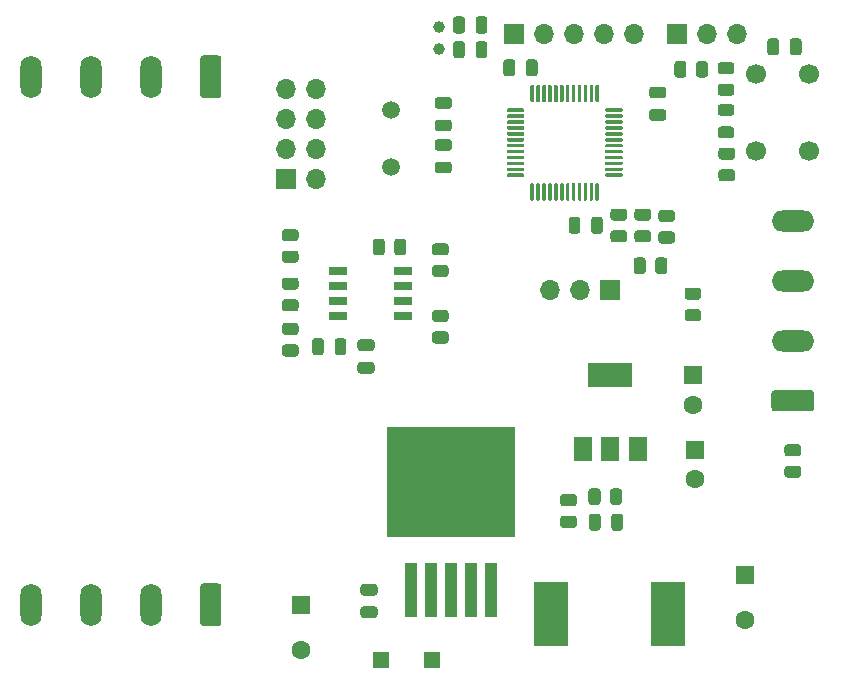
<source format=gbr>
%TF.GenerationSoftware,KiCad,Pcbnew,(5.1.12)-1*%
%TF.CreationDate,2022-08-10T11:31:23+05:30*%
%TF.ProjectId,AGV_SENSOR_PCB_2,4147565f-5345-44e5-934f-525f5043425f,rev?*%
%TF.SameCoordinates,Original*%
%TF.FileFunction,Soldermask,Top*%
%TF.FilePolarity,Negative*%
%FSLAX46Y46*%
G04 Gerber Fmt 4.6, Leading zero omitted, Abs format (unit mm)*
G04 Created by KiCad (PCBNEW (5.1.12)-1) date 2022-08-10 11:31:23*
%MOMM*%
%LPD*%
G01*
G04 APERTURE LIST*
%ADD10C,1.600000*%
%ADD11R,1.600000X1.600000*%
%ADD12R,1.440000X1.480000*%
%ADD13R,1.525000X0.650000*%
%ADD14R,1.700000X1.700000*%
%ADD15O,1.700000X1.700000*%
%ADD16O,1.800000X3.600000*%
%ADD17O,3.600000X1.800000*%
%ADD18R,2.900000X5.400000*%
%ADD19C,1.700000*%
%ADD20R,1.100000X4.600000*%
%ADD21R,10.800000X9.400000*%
%ADD22R,3.800000X2.000000*%
%ADD23R,1.500000X2.000000*%
%ADD24C,1.500000*%
%ADD25C,1.000000*%
G04 APERTURE END LIST*
%TO.C,U1*%
G36*
G01*
X160200000Y-77589000D02*
X160200000Y-77439000D01*
G75*
G02*
X160275000Y-77364000I75000J0D01*
G01*
X161600000Y-77364000D01*
G75*
G02*
X161675000Y-77439000I0J-75000D01*
G01*
X161675000Y-77589000D01*
G75*
G02*
X161600000Y-77664000I-75000J0D01*
G01*
X160275000Y-77664000D01*
G75*
G02*
X160200000Y-77589000I0J75000D01*
G01*
G37*
G36*
G01*
X160200000Y-78089000D02*
X160200000Y-77939000D01*
G75*
G02*
X160275000Y-77864000I75000J0D01*
G01*
X161600000Y-77864000D01*
G75*
G02*
X161675000Y-77939000I0J-75000D01*
G01*
X161675000Y-78089000D01*
G75*
G02*
X161600000Y-78164000I-75000J0D01*
G01*
X160275000Y-78164000D01*
G75*
G02*
X160200000Y-78089000I0J75000D01*
G01*
G37*
G36*
G01*
X160200000Y-78589000D02*
X160200000Y-78439000D01*
G75*
G02*
X160275000Y-78364000I75000J0D01*
G01*
X161600000Y-78364000D01*
G75*
G02*
X161675000Y-78439000I0J-75000D01*
G01*
X161675000Y-78589000D01*
G75*
G02*
X161600000Y-78664000I-75000J0D01*
G01*
X160275000Y-78664000D01*
G75*
G02*
X160200000Y-78589000I0J75000D01*
G01*
G37*
G36*
G01*
X160200000Y-79089000D02*
X160200000Y-78939000D01*
G75*
G02*
X160275000Y-78864000I75000J0D01*
G01*
X161600000Y-78864000D01*
G75*
G02*
X161675000Y-78939000I0J-75000D01*
G01*
X161675000Y-79089000D01*
G75*
G02*
X161600000Y-79164000I-75000J0D01*
G01*
X160275000Y-79164000D01*
G75*
G02*
X160200000Y-79089000I0J75000D01*
G01*
G37*
G36*
G01*
X160200000Y-79589000D02*
X160200000Y-79439000D01*
G75*
G02*
X160275000Y-79364000I75000J0D01*
G01*
X161600000Y-79364000D01*
G75*
G02*
X161675000Y-79439000I0J-75000D01*
G01*
X161675000Y-79589000D01*
G75*
G02*
X161600000Y-79664000I-75000J0D01*
G01*
X160275000Y-79664000D01*
G75*
G02*
X160200000Y-79589000I0J75000D01*
G01*
G37*
G36*
G01*
X160200000Y-80089000D02*
X160200000Y-79939000D01*
G75*
G02*
X160275000Y-79864000I75000J0D01*
G01*
X161600000Y-79864000D01*
G75*
G02*
X161675000Y-79939000I0J-75000D01*
G01*
X161675000Y-80089000D01*
G75*
G02*
X161600000Y-80164000I-75000J0D01*
G01*
X160275000Y-80164000D01*
G75*
G02*
X160200000Y-80089000I0J75000D01*
G01*
G37*
G36*
G01*
X160200000Y-80589000D02*
X160200000Y-80439000D01*
G75*
G02*
X160275000Y-80364000I75000J0D01*
G01*
X161600000Y-80364000D01*
G75*
G02*
X161675000Y-80439000I0J-75000D01*
G01*
X161675000Y-80589000D01*
G75*
G02*
X161600000Y-80664000I-75000J0D01*
G01*
X160275000Y-80664000D01*
G75*
G02*
X160200000Y-80589000I0J75000D01*
G01*
G37*
G36*
G01*
X160200000Y-81089000D02*
X160200000Y-80939000D01*
G75*
G02*
X160275000Y-80864000I75000J0D01*
G01*
X161600000Y-80864000D01*
G75*
G02*
X161675000Y-80939000I0J-75000D01*
G01*
X161675000Y-81089000D01*
G75*
G02*
X161600000Y-81164000I-75000J0D01*
G01*
X160275000Y-81164000D01*
G75*
G02*
X160200000Y-81089000I0J75000D01*
G01*
G37*
G36*
G01*
X160200000Y-81589000D02*
X160200000Y-81439000D01*
G75*
G02*
X160275000Y-81364000I75000J0D01*
G01*
X161600000Y-81364000D01*
G75*
G02*
X161675000Y-81439000I0J-75000D01*
G01*
X161675000Y-81589000D01*
G75*
G02*
X161600000Y-81664000I-75000J0D01*
G01*
X160275000Y-81664000D01*
G75*
G02*
X160200000Y-81589000I0J75000D01*
G01*
G37*
G36*
G01*
X160200000Y-82089000D02*
X160200000Y-81939000D01*
G75*
G02*
X160275000Y-81864000I75000J0D01*
G01*
X161600000Y-81864000D01*
G75*
G02*
X161675000Y-81939000I0J-75000D01*
G01*
X161675000Y-82089000D01*
G75*
G02*
X161600000Y-82164000I-75000J0D01*
G01*
X160275000Y-82164000D01*
G75*
G02*
X160200000Y-82089000I0J75000D01*
G01*
G37*
G36*
G01*
X160200000Y-82589000D02*
X160200000Y-82439000D01*
G75*
G02*
X160275000Y-82364000I75000J0D01*
G01*
X161600000Y-82364000D01*
G75*
G02*
X161675000Y-82439000I0J-75000D01*
G01*
X161675000Y-82589000D01*
G75*
G02*
X161600000Y-82664000I-75000J0D01*
G01*
X160275000Y-82664000D01*
G75*
G02*
X160200000Y-82589000I0J75000D01*
G01*
G37*
G36*
G01*
X160200000Y-83089000D02*
X160200000Y-82939000D01*
G75*
G02*
X160275000Y-82864000I75000J0D01*
G01*
X161600000Y-82864000D01*
G75*
G02*
X161675000Y-82939000I0J-75000D01*
G01*
X161675000Y-83089000D01*
G75*
G02*
X161600000Y-83164000I-75000J0D01*
G01*
X160275000Y-83164000D01*
G75*
G02*
X160200000Y-83089000I0J75000D01*
G01*
G37*
G36*
G01*
X162200000Y-85089000D02*
X162200000Y-83764000D01*
G75*
G02*
X162275000Y-83689000I75000J0D01*
G01*
X162425000Y-83689000D01*
G75*
G02*
X162500000Y-83764000I0J-75000D01*
G01*
X162500000Y-85089000D01*
G75*
G02*
X162425000Y-85164000I-75000J0D01*
G01*
X162275000Y-85164000D01*
G75*
G02*
X162200000Y-85089000I0J75000D01*
G01*
G37*
G36*
G01*
X162700000Y-85089000D02*
X162700000Y-83764000D01*
G75*
G02*
X162775000Y-83689000I75000J0D01*
G01*
X162925000Y-83689000D01*
G75*
G02*
X163000000Y-83764000I0J-75000D01*
G01*
X163000000Y-85089000D01*
G75*
G02*
X162925000Y-85164000I-75000J0D01*
G01*
X162775000Y-85164000D01*
G75*
G02*
X162700000Y-85089000I0J75000D01*
G01*
G37*
G36*
G01*
X163200000Y-85089000D02*
X163200000Y-83764000D01*
G75*
G02*
X163275000Y-83689000I75000J0D01*
G01*
X163425000Y-83689000D01*
G75*
G02*
X163500000Y-83764000I0J-75000D01*
G01*
X163500000Y-85089000D01*
G75*
G02*
X163425000Y-85164000I-75000J0D01*
G01*
X163275000Y-85164000D01*
G75*
G02*
X163200000Y-85089000I0J75000D01*
G01*
G37*
G36*
G01*
X163700000Y-85089000D02*
X163700000Y-83764000D01*
G75*
G02*
X163775000Y-83689000I75000J0D01*
G01*
X163925000Y-83689000D01*
G75*
G02*
X164000000Y-83764000I0J-75000D01*
G01*
X164000000Y-85089000D01*
G75*
G02*
X163925000Y-85164000I-75000J0D01*
G01*
X163775000Y-85164000D01*
G75*
G02*
X163700000Y-85089000I0J75000D01*
G01*
G37*
G36*
G01*
X164200000Y-85089000D02*
X164200000Y-83764000D01*
G75*
G02*
X164275000Y-83689000I75000J0D01*
G01*
X164425000Y-83689000D01*
G75*
G02*
X164500000Y-83764000I0J-75000D01*
G01*
X164500000Y-85089000D01*
G75*
G02*
X164425000Y-85164000I-75000J0D01*
G01*
X164275000Y-85164000D01*
G75*
G02*
X164200000Y-85089000I0J75000D01*
G01*
G37*
G36*
G01*
X164700000Y-85089000D02*
X164700000Y-83764000D01*
G75*
G02*
X164775000Y-83689000I75000J0D01*
G01*
X164925000Y-83689000D01*
G75*
G02*
X165000000Y-83764000I0J-75000D01*
G01*
X165000000Y-85089000D01*
G75*
G02*
X164925000Y-85164000I-75000J0D01*
G01*
X164775000Y-85164000D01*
G75*
G02*
X164700000Y-85089000I0J75000D01*
G01*
G37*
G36*
G01*
X165200000Y-85089000D02*
X165200000Y-83764000D01*
G75*
G02*
X165275000Y-83689000I75000J0D01*
G01*
X165425000Y-83689000D01*
G75*
G02*
X165500000Y-83764000I0J-75000D01*
G01*
X165500000Y-85089000D01*
G75*
G02*
X165425000Y-85164000I-75000J0D01*
G01*
X165275000Y-85164000D01*
G75*
G02*
X165200000Y-85089000I0J75000D01*
G01*
G37*
G36*
G01*
X165700000Y-85089000D02*
X165700000Y-83764000D01*
G75*
G02*
X165775000Y-83689000I75000J0D01*
G01*
X165925000Y-83689000D01*
G75*
G02*
X166000000Y-83764000I0J-75000D01*
G01*
X166000000Y-85089000D01*
G75*
G02*
X165925000Y-85164000I-75000J0D01*
G01*
X165775000Y-85164000D01*
G75*
G02*
X165700000Y-85089000I0J75000D01*
G01*
G37*
G36*
G01*
X166200000Y-85089000D02*
X166200000Y-83764000D01*
G75*
G02*
X166275000Y-83689000I75000J0D01*
G01*
X166425000Y-83689000D01*
G75*
G02*
X166500000Y-83764000I0J-75000D01*
G01*
X166500000Y-85089000D01*
G75*
G02*
X166425000Y-85164000I-75000J0D01*
G01*
X166275000Y-85164000D01*
G75*
G02*
X166200000Y-85089000I0J75000D01*
G01*
G37*
G36*
G01*
X166700000Y-85089000D02*
X166700000Y-83764000D01*
G75*
G02*
X166775000Y-83689000I75000J0D01*
G01*
X166925000Y-83689000D01*
G75*
G02*
X167000000Y-83764000I0J-75000D01*
G01*
X167000000Y-85089000D01*
G75*
G02*
X166925000Y-85164000I-75000J0D01*
G01*
X166775000Y-85164000D01*
G75*
G02*
X166700000Y-85089000I0J75000D01*
G01*
G37*
G36*
G01*
X167200000Y-85089000D02*
X167200000Y-83764000D01*
G75*
G02*
X167275000Y-83689000I75000J0D01*
G01*
X167425000Y-83689000D01*
G75*
G02*
X167500000Y-83764000I0J-75000D01*
G01*
X167500000Y-85089000D01*
G75*
G02*
X167425000Y-85164000I-75000J0D01*
G01*
X167275000Y-85164000D01*
G75*
G02*
X167200000Y-85089000I0J75000D01*
G01*
G37*
G36*
G01*
X167700000Y-85089000D02*
X167700000Y-83764000D01*
G75*
G02*
X167775000Y-83689000I75000J0D01*
G01*
X167925000Y-83689000D01*
G75*
G02*
X168000000Y-83764000I0J-75000D01*
G01*
X168000000Y-85089000D01*
G75*
G02*
X167925000Y-85164000I-75000J0D01*
G01*
X167775000Y-85164000D01*
G75*
G02*
X167700000Y-85089000I0J75000D01*
G01*
G37*
G36*
G01*
X168525000Y-83089000D02*
X168525000Y-82939000D01*
G75*
G02*
X168600000Y-82864000I75000J0D01*
G01*
X169925000Y-82864000D01*
G75*
G02*
X170000000Y-82939000I0J-75000D01*
G01*
X170000000Y-83089000D01*
G75*
G02*
X169925000Y-83164000I-75000J0D01*
G01*
X168600000Y-83164000D01*
G75*
G02*
X168525000Y-83089000I0J75000D01*
G01*
G37*
G36*
G01*
X168525000Y-82589000D02*
X168525000Y-82439000D01*
G75*
G02*
X168600000Y-82364000I75000J0D01*
G01*
X169925000Y-82364000D01*
G75*
G02*
X170000000Y-82439000I0J-75000D01*
G01*
X170000000Y-82589000D01*
G75*
G02*
X169925000Y-82664000I-75000J0D01*
G01*
X168600000Y-82664000D01*
G75*
G02*
X168525000Y-82589000I0J75000D01*
G01*
G37*
G36*
G01*
X168525000Y-82089000D02*
X168525000Y-81939000D01*
G75*
G02*
X168600000Y-81864000I75000J0D01*
G01*
X169925000Y-81864000D01*
G75*
G02*
X170000000Y-81939000I0J-75000D01*
G01*
X170000000Y-82089000D01*
G75*
G02*
X169925000Y-82164000I-75000J0D01*
G01*
X168600000Y-82164000D01*
G75*
G02*
X168525000Y-82089000I0J75000D01*
G01*
G37*
G36*
G01*
X168525000Y-81589000D02*
X168525000Y-81439000D01*
G75*
G02*
X168600000Y-81364000I75000J0D01*
G01*
X169925000Y-81364000D01*
G75*
G02*
X170000000Y-81439000I0J-75000D01*
G01*
X170000000Y-81589000D01*
G75*
G02*
X169925000Y-81664000I-75000J0D01*
G01*
X168600000Y-81664000D01*
G75*
G02*
X168525000Y-81589000I0J75000D01*
G01*
G37*
G36*
G01*
X168525000Y-81089000D02*
X168525000Y-80939000D01*
G75*
G02*
X168600000Y-80864000I75000J0D01*
G01*
X169925000Y-80864000D01*
G75*
G02*
X170000000Y-80939000I0J-75000D01*
G01*
X170000000Y-81089000D01*
G75*
G02*
X169925000Y-81164000I-75000J0D01*
G01*
X168600000Y-81164000D01*
G75*
G02*
X168525000Y-81089000I0J75000D01*
G01*
G37*
G36*
G01*
X168525000Y-80589000D02*
X168525000Y-80439000D01*
G75*
G02*
X168600000Y-80364000I75000J0D01*
G01*
X169925000Y-80364000D01*
G75*
G02*
X170000000Y-80439000I0J-75000D01*
G01*
X170000000Y-80589000D01*
G75*
G02*
X169925000Y-80664000I-75000J0D01*
G01*
X168600000Y-80664000D01*
G75*
G02*
X168525000Y-80589000I0J75000D01*
G01*
G37*
G36*
G01*
X168525000Y-80089000D02*
X168525000Y-79939000D01*
G75*
G02*
X168600000Y-79864000I75000J0D01*
G01*
X169925000Y-79864000D01*
G75*
G02*
X170000000Y-79939000I0J-75000D01*
G01*
X170000000Y-80089000D01*
G75*
G02*
X169925000Y-80164000I-75000J0D01*
G01*
X168600000Y-80164000D01*
G75*
G02*
X168525000Y-80089000I0J75000D01*
G01*
G37*
G36*
G01*
X168525000Y-79589000D02*
X168525000Y-79439000D01*
G75*
G02*
X168600000Y-79364000I75000J0D01*
G01*
X169925000Y-79364000D01*
G75*
G02*
X170000000Y-79439000I0J-75000D01*
G01*
X170000000Y-79589000D01*
G75*
G02*
X169925000Y-79664000I-75000J0D01*
G01*
X168600000Y-79664000D01*
G75*
G02*
X168525000Y-79589000I0J75000D01*
G01*
G37*
G36*
G01*
X168525000Y-79089000D02*
X168525000Y-78939000D01*
G75*
G02*
X168600000Y-78864000I75000J0D01*
G01*
X169925000Y-78864000D01*
G75*
G02*
X170000000Y-78939000I0J-75000D01*
G01*
X170000000Y-79089000D01*
G75*
G02*
X169925000Y-79164000I-75000J0D01*
G01*
X168600000Y-79164000D01*
G75*
G02*
X168525000Y-79089000I0J75000D01*
G01*
G37*
G36*
G01*
X168525000Y-78589000D02*
X168525000Y-78439000D01*
G75*
G02*
X168600000Y-78364000I75000J0D01*
G01*
X169925000Y-78364000D01*
G75*
G02*
X170000000Y-78439000I0J-75000D01*
G01*
X170000000Y-78589000D01*
G75*
G02*
X169925000Y-78664000I-75000J0D01*
G01*
X168600000Y-78664000D01*
G75*
G02*
X168525000Y-78589000I0J75000D01*
G01*
G37*
G36*
G01*
X168525000Y-78089000D02*
X168525000Y-77939000D01*
G75*
G02*
X168600000Y-77864000I75000J0D01*
G01*
X169925000Y-77864000D01*
G75*
G02*
X170000000Y-77939000I0J-75000D01*
G01*
X170000000Y-78089000D01*
G75*
G02*
X169925000Y-78164000I-75000J0D01*
G01*
X168600000Y-78164000D01*
G75*
G02*
X168525000Y-78089000I0J75000D01*
G01*
G37*
G36*
G01*
X168525000Y-77589000D02*
X168525000Y-77439000D01*
G75*
G02*
X168600000Y-77364000I75000J0D01*
G01*
X169925000Y-77364000D01*
G75*
G02*
X170000000Y-77439000I0J-75000D01*
G01*
X170000000Y-77589000D01*
G75*
G02*
X169925000Y-77664000I-75000J0D01*
G01*
X168600000Y-77664000D01*
G75*
G02*
X168525000Y-77589000I0J75000D01*
G01*
G37*
G36*
G01*
X167700000Y-76764000D02*
X167700000Y-75439000D01*
G75*
G02*
X167775000Y-75364000I75000J0D01*
G01*
X167925000Y-75364000D01*
G75*
G02*
X168000000Y-75439000I0J-75000D01*
G01*
X168000000Y-76764000D01*
G75*
G02*
X167925000Y-76839000I-75000J0D01*
G01*
X167775000Y-76839000D01*
G75*
G02*
X167700000Y-76764000I0J75000D01*
G01*
G37*
G36*
G01*
X167200000Y-76764000D02*
X167200000Y-75439000D01*
G75*
G02*
X167275000Y-75364000I75000J0D01*
G01*
X167425000Y-75364000D01*
G75*
G02*
X167500000Y-75439000I0J-75000D01*
G01*
X167500000Y-76764000D01*
G75*
G02*
X167425000Y-76839000I-75000J0D01*
G01*
X167275000Y-76839000D01*
G75*
G02*
X167200000Y-76764000I0J75000D01*
G01*
G37*
G36*
G01*
X166700000Y-76764000D02*
X166700000Y-75439000D01*
G75*
G02*
X166775000Y-75364000I75000J0D01*
G01*
X166925000Y-75364000D01*
G75*
G02*
X167000000Y-75439000I0J-75000D01*
G01*
X167000000Y-76764000D01*
G75*
G02*
X166925000Y-76839000I-75000J0D01*
G01*
X166775000Y-76839000D01*
G75*
G02*
X166700000Y-76764000I0J75000D01*
G01*
G37*
G36*
G01*
X166200000Y-76764000D02*
X166200000Y-75439000D01*
G75*
G02*
X166275000Y-75364000I75000J0D01*
G01*
X166425000Y-75364000D01*
G75*
G02*
X166500000Y-75439000I0J-75000D01*
G01*
X166500000Y-76764000D01*
G75*
G02*
X166425000Y-76839000I-75000J0D01*
G01*
X166275000Y-76839000D01*
G75*
G02*
X166200000Y-76764000I0J75000D01*
G01*
G37*
G36*
G01*
X165700000Y-76764000D02*
X165700000Y-75439000D01*
G75*
G02*
X165775000Y-75364000I75000J0D01*
G01*
X165925000Y-75364000D01*
G75*
G02*
X166000000Y-75439000I0J-75000D01*
G01*
X166000000Y-76764000D01*
G75*
G02*
X165925000Y-76839000I-75000J0D01*
G01*
X165775000Y-76839000D01*
G75*
G02*
X165700000Y-76764000I0J75000D01*
G01*
G37*
G36*
G01*
X165200000Y-76764000D02*
X165200000Y-75439000D01*
G75*
G02*
X165275000Y-75364000I75000J0D01*
G01*
X165425000Y-75364000D01*
G75*
G02*
X165500000Y-75439000I0J-75000D01*
G01*
X165500000Y-76764000D01*
G75*
G02*
X165425000Y-76839000I-75000J0D01*
G01*
X165275000Y-76839000D01*
G75*
G02*
X165200000Y-76764000I0J75000D01*
G01*
G37*
G36*
G01*
X164700000Y-76764000D02*
X164700000Y-75439000D01*
G75*
G02*
X164775000Y-75364000I75000J0D01*
G01*
X164925000Y-75364000D01*
G75*
G02*
X165000000Y-75439000I0J-75000D01*
G01*
X165000000Y-76764000D01*
G75*
G02*
X164925000Y-76839000I-75000J0D01*
G01*
X164775000Y-76839000D01*
G75*
G02*
X164700000Y-76764000I0J75000D01*
G01*
G37*
G36*
G01*
X164200000Y-76764000D02*
X164200000Y-75439000D01*
G75*
G02*
X164275000Y-75364000I75000J0D01*
G01*
X164425000Y-75364000D01*
G75*
G02*
X164500000Y-75439000I0J-75000D01*
G01*
X164500000Y-76764000D01*
G75*
G02*
X164425000Y-76839000I-75000J0D01*
G01*
X164275000Y-76839000D01*
G75*
G02*
X164200000Y-76764000I0J75000D01*
G01*
G37*
G36*
G01*
X163700000Y-76764000D02*
X163700000Y-75439000D01*
G75*
G02*
X163775000Y-75364000I75000J0D01*
G01*
X163925000Y-75364000D01*
G75*
G02*
X164000000Y-75439000I0J-75000D01*
G01*
X164000000Y-76764000D01*
G75*
G02*
X163925000Y-76839000I-75000J0D01*
G01*
X163775000Y-76839000D01*
G75*
G02*
X163700000Y-76764000I0J75000D01*
G01*
G37*
G36*
G01*
X163200000Y-76764000D02*
X163200000Y-75439000D01*
G75*
G02*
X163275000Y-75364000I75000J0D01*
G01*
X163425000Y-75364000D01*
G75*
G02*
X163500000Y-75439000I0J-75000D01*
G01*
X163500000Y-76764000D01*
G75*
G02*
X163425000Y-76839000I-75000J0D01*
G01*
X163275000Y-76839000D01*
G75*
G02*
X163200000Y-76764000I0J75000D01*
G01*
G37*
G36*
G01*
X162700000Y-76764000D02*
X162700000Y-75439000D01*
G75*
G02*
X162775000Y-75364000I75000J0D01*
G01*
X162925000Y-75364000D01*
G75*
G02*
X163000000Y-75439000I0J-75000D01*
G01*
X163000000Y-76764000D01*
G75*
G02*
X162925000Y-76839000I-75000J0D01*
G01*
X162775000Y-76839000D01*
G75*
G02*
X162700000Y-76764000I0J75000D01*
G01*
G37*
G36*
G01*
X162200000Y-76764000D02*
X162200000Y-75439000D01*
G75*
G02*
X162275000Y-75364000I75000J0D01*
G01*
X162425000Y-75364000D01*
G75*
G02*
X162500000Y-75439000I0J-75000D01*
G01*
X162500000Y-76764000D01*
G75*
G02*
X162425000Y-76839000I-75000J0D01*
G01*
X162275000Y-76839000D01*
G75*
G02*
X162200000Y-76764000I0J75000D01*
G01*
G37*
%TD*%
%TO.C,C1*%
G36*
G01*
X154338000Y-76401000D02*
X155288000Y-76401000D01*
G75*
G02*
X155538000Y-76651000I0J-250000D01*
G01*
X155538000Y-77151000D01*
G75*
G02*
X155288000Y-77401000I-250000J0D01*
G01*
X154338000Y-77401000D01*
G75*
G02*
X154088000Y-77151000I0J250000D01*
G01*
X154088000Y-76651000D01*
G75*
G02*
X154338000Y-76401000I250000J0D01*
G01*
G37*
G36*
G01*
X154338000Y-78301000D02*
X155288000Y-78301000D01*
G75*
G02*
X155538000Y-78551000I0J-250000D01*
G01*
X155538000Y-79051000D01*
G75*
G02*
X155288000Y-79301000I-250000J0D01*
G01*
X154338000Y-79301000D01*
G75*
G02*
X154088000Y-79051000I0J250000D01*
G01*
X154088000Y-78551000D01*
G75*
G02*
X154338000Y-78301000I250000J0D01*
G01*
G37*
%TD*%
%TO.C,C2*%
G36*
G01*
X155288000Y-80957000D02*
X154338000Y-80957000D01*
G75*
G02*
X154088000Y-80707000I0J250000D01*
G01*
X154088000Y-80207000D01*
G75*
G02*
X154338000Y-79957000I250000J0D01*
G01*
X155288000Y-79957000D01*
G75*
G02*
X155538000Y-80207000I0J-250000D01*
G01*
X155538000Y-80707000D01*
G75*
G02*
X155288000Y-80957000I-250000J0D01*
G01*
G37*
G36*
G01*
X155288000Y-82857000D02*
X154338000Y-82857000D01*
G75*
G02*
X154088000Y-82607000I0J250000D01*
G01*
X154088000Y-82107000D01*
G75*
G02*
X154338000Y-81857000I250000J0D01*
G01*
X155288000Y-81857000D01*
G75*
G02*
X155538000Y-82107000I0J-250000D01*
G01*
X155538000Y-82607000D01*
G75*
G02*
X155288000Y-82857000I-250000J0D01*
G01*
G37*
%TD*%
%TO.C,C3*%
G36*
G01*
X155646500Y-72865000D02*
X155646500Y-71915000D01*
G75*
G02*
X155896500Y-71665000I250000J0D01*
G01*
X156396500Y-71665000D01*
G75*
G02*
X156646500Y-71915000I0J-250000D01*
G01*
X156646500Y-72865000D01*
G75*
G02*
X156396500Y-73115000I-250000J0D01*
G01*
X155896500Y-73115000D01*
G75*
G02*
X155646500Y-72865000I0J250000D01*
G01*
G37*
G36*
G01*
X157546500Y-72865000D02*
X157546500Y-71915000D01*
G75*
G02*
X157796500Y-71665000I250000J0D01*
G01*
X158296500Y-71665000D01*
G75*
G02*
X158546500Y-71915000I0J-250000D01*
G01*
X158546500Y-72865000D01*
G75*
G02*
X158296500Y-73115000I-250000J0D01*
G01*
X157796500Y-73115000D01*
G75*
G02*
X157546500Y-72865000I0J250000D01*
G01*
G37*
%TD*%
%TO.C,C4*%
G36*
G01*
X162806000Y-73439000D02*
X162806000Y-74389000D01*
G75*
G02*
X162556000Y-74639000I-250000J0D01*
G01*
X162056000Y-74639000D01*
G75*
G02*
X161806000Y-74389000I0J250000D01*
G01*
X161806000Y-73439000D01*
G75*
G02*
X162056000Y-73189000I250000J0D01*
G01*
X162556000Y-73189000D01*
G75*
G02*
X162806000Y-73439000I0J-250000D01*
G01*
G37*
G36*
G01*
X160906000Y-73439000D02*
X160906000Y-74389000D01*
G75*
G02*
X160656000Y-74639000I-250000J0D01*
G01*
X160156000Y-74639000D01*
G75*
G02*
X159906000Y-74389000I0J250000D01*
G01*
X159906000Y-73439000D01*
G75*
G02*
X160156000Y-73189000I250000J0D01*
G01*
X160656000Y-73189000D01*
G75*
G02*
X160906000Y-73439000I0J-250000D01*
G01*
G37*
%TD*%
%TO.C,C5*%
G36*
G01*
X166425500Y-86774000D02*
X166425500Y-87724000D01*
G75*
G02*
X166175500Y-87974000I-250000J0D01*
G01*
X165675500Y-87974000D01*
G75*
G02*
X165425500Y-87724000I0J250000D01*
G01*
X165425500Y-86774000D01*
G75*
G02*
X165675500Y-86524000I250000J0D01*
G01*
X166175500Y-86524000D01*
G75*
G02*
X166425500Y-86774000I0J-250000D01*
G01*
G37*
G36*
G01*
X168325500Y-86774000D02*
X168325500Y-87724000D01*
G75*
G02*
X168075500Y-87974000I-250000J0D01*
G01*
X167575500Y-87974000D01*
G75*
G02*
X167325500Y-87724000I0J250000D01*
G01*
X167325500Y-86774000D01*
G75*
G02*
X167575500Y-86524000I250000J0D01*
G01*
X168075500Y-86524000D01*
G75*
G02*
X168325500Y-86774000I0J-250000D01*
G01*
G37*
%TD*%
%TO.C,C6*%
G36*
G01*
X172499000Y-75512000D02*
X173449000Y-75512000D01*
G75*
G02*
X173699000Y-75762000I0J-250000D01*
G01*
X173699000Y-76262000D01*
G75*
G02*
X173449000Y-76512000I-250000J0D01*
G01*
X172499000Y-76512000D01*
G75*
G02*
X172249000Y-76262000I0J250000D01*
G01*
X172249000Y-75762000D01*
G75*
G02*
X172499000Y-75512000I250000J0D01*
G01*
G37*
G36*
G01*
X172499000Y-77412000D02*
X173449000Y-77412000D01*
G75*
G02*
X173699000Y-77662000I0J-250000D01*
G01*
X173699000Y-78162000D01*
G75*
G02*
X173449000Y-78412000I-250000J0D01*
G01*
X172499000Y-78412000D01*
G75*
G02*
X172249000Y-78162000I0J250000D01*
G01*
X172249000Y-77662000D01*
G75*
G02*
X172499000Y-77412000I250000J0D01*
G01*
G37*
%TD*%
%TO.C,C7*%
G36*
G01*
X184153000Y-72611000D02*
X184153000Y-71661000D01*
G75*
G02*
X184403000Y-71411000I250000J0D01*
G01*
X184903000Y-71411000D01*
G75*
G02*
X185153000Y-71661000I0J-250000D01*
G01*
X185153000Y-72611000D01*
G75*
G02*
X184903000Y-72861000I-250000J0D01*
G01*
X184403000Y-72861000D01*
G75*
G02*
X184153000Y-72611000I0J250000D01*
G01*
G37*
G36*
G01*
X182253000Y-72611000D02*
X182253000Y-71661000D01*
G75*
G02*
X182503000Y-71411000I250000J0D01*
G01*
X183003000Y-71411000D01*
G75*
G02*
X183253000Y-71661000I0J-250000D01*
G01*
X183253000Y-72611000D01*
G75*
G02*
X183003000Y-72861000I-250000J0D01*
G01*
X182503000Y-72861000D01*
G75*
G02*
X182253000Y-72611000I0J250000D01*
G01*
G37*
%TD*%
%TO.C,C8*%
G36*
G01*
X157549000Y-70769500D02*
X157549000Y-69819500D01*
G75*
G02*
X157799000Y-69569500I250000J0D01*
G01*
X158299000Y-69569500D01*
G75*
G02*
X158549000Y-69819500I0J-250000D01*
G01*
X158549000Y-70769500D01*
G75*
G02*
X158299000Y-71019500I-250000J0D01*
G01*
X157799000Y-71019500D01*
G75*
G02*
X157549000Y-70769500I0J250000D01*
G01*
G37*
G36*
G01*
X155649000Y-70769500D02*
X155649000Y-69819500D01*
G75*
G02*
X155899000Y-69569500I250000J0D01*
G01*
X156399000Y-69569500D01*
G75*
G02*
X156649000Y-69819500I0J-250000D01*
G01*
X156649000Y-70769500D01*
G75*
G02*
X156399000Y-71019500I-250000J0D01*
G01*
X155899000Y-71019500D01*
G75*
G02*
X155649000Y-70769500I0J250000D01*
G01*
G37*
%TD*%
%TO.C,C9*%
G36*
G01*
X169040000Y-112870000D02*
X169040000Y-111920000D01*
G75*
G02*
X169290000Y-111670000I250000J0D01*
G01*
X169790000Y-111670000D01*
G75*
G02*
X170040000Y-111920000I0J-250000D01*
G01*
X170040000Y-112870000D01*
G75*
G02*
X169790000Y-113120000I-250000J0D01*
G01*
X169290000Y-113120000D01*
G75*
G02*
X169040000Y-112870000I0J250000D01*
G01*
G37*
G36*
G01*
X167140000Y-112870000D02*
X167140000Y-111920000D01*
G75*
G02*
X167390000Y-111670000I250000J0D01*
G01*
X167890000Y-111670000D01*
G75*
G02*
X168140000Y-111920000I0J-250000D01*
G01*
X168140000Y-112870000D01*
G75*
G02*
X167890000Y-113120000I-250000J0D01*
G01*
X167390000Y-113120000D01*
G75*
G02*
X167140000Y-112870000I0J250000D01*
G01*
G37*
%TD*%
D10*
%TO.C,C10*%
X142798800Y-123180000D03*
D11*
X142798800Y-119380000D03*
%TD*%
%TO.C,C11*%
G36*
G01*
X148051500Y-119515000D02*
X149001500Y-119515000D01*
G75*
G02*
X149251500Y-119765000I0J-250000D01*
G01*
X149251500Y-120265000D01*
G75*
G02*
X149001500Y-120515000I-250000J0D01*
G01*
X148051500Y-120515000D01*
G75*
G02*
X147801500Y-120265000I0J250000D01*
G01*
X147801500Y-119765000D01*
G75*
G02*
X148051500Y-119515000I250000J0D01*
G01*
G37*
G36*
G01*
X148051500Y-117615000D02*
X149001500Y-117615000D01*
G75*
G02*
X149251500Y-117865000I0J-250000D01*
G01*
X149251500Y-118365000D01*
G75*
G02*
X149001500Y-118615000I-250000J0D01*
G01*
X148051500Y-118615000D01*
G75*
G02*
X147801500Y-118365000I0J250000D01*
G01*
X147801500Y-117865000D01*
G75*
G02*
X148051500Y-117615000I250000J0D01*
G01*
G37*
%TD*%
%TO.C,C12*%
X180340000Y-116840000D03*
D10*
X180340000Y-120640000D03*
%TD*%
%TO.C,C14*%
G36*
G01*
X146608500Y-97061000D02*
X146608500Y-98011000D01*
G75*
G02*
X146358500Y-98261000I-250000J0D01*
G01*
X145858500Y-98261000D01*
G75*
G02*
X145608500Y-98011000I0J250000D01*
G01*
X145608500Y-97061000D01*
G75*
G02*
X145858500Y-96811000I250000J0D01*
G01*
X146358500Y-96811000D01*
G75*
G02*
X146608500Y-97061000I0J-250000D01*
G01*
G37*
G36*
G01*
X144708500Y-97061000D02*
X144708500Y-98011000D01*
G75*
G02*
X144458500Y-98261000I-250000J0D01*
G01*
X143958500Y-98261000D01*
G75*
G02*
X143708500Y-98011000I0J250000D01*
G01*
X143708500Y-97061000D01*
G75*
G02*
X143958500Y-96811000I250000J0D01*
G01*
X144458500Y-96811000D01*
G75*
G02*
X144708500Y-97061000I0J-250000D01*
G01*
G37*
%TD*%
%TO.C,C15*%
G36*
G01*
X147797500Y-96914000D02*
X148747500Y-96914000D01*
G75*
G02*
X148997500Y-97164000I0J-250000D01*
G01*
X148997500Y-97664000D01*
G75*
G02*
X148747500Y-97914000I-250000J0D01*
G01*
X147797500Y-97914000D01*
G75*
G02*
X147547500Y-97664000I0J250000D01*
G01*
X147547500Y-97164000D01*
G75*
G02*
X147797500Y-96914000I250000J0D01*
G01*
G37*
G36*
G01*
X147797500Y-98814000D02*
X148747500Y-98814000D01*
G75*
G02*
X148997500Y-99064000I0J-250000D01*
G01*
X148997500Y-99564000D01*
G75*
G02*
X148747500Y-99814000I-250000J0D01*
G01*
X147797500Y-99814000D01*
G75*
G02*
X147547500Y-99564000I0J250000D01*
G01*
X147547500Y-99064000D01*
G75*
G02*
X147797500Y-98814000I250000J0D01*
G01*
G37*
%TD*%
D11*
%TO.C,C17*%
X176085500Y-106275500D03*
D10*
X176085500Y-108775500D03*
%TD*%
%TO.C,C18*%
X175958500Y-102449000D03*
D11*
X175958500Y-99949000D03*
%TD*%
D12*
%TO.C,D1*%
X149549200Y-124053600D03*
X153879200Y-124053600D03*
%TD*%
%TO.C,D2*%
G36*
G01*
X179208750Y-79862500D02*
X178296250Y-79862500D01*
G75*
G02*
X178052500Y-79618750I0J243750D01*
G01*
X178052500Y-79131250D01*
G75*
G02*
X178296250Y-78887500I243750J0D01*
G01*
X179208750Y-78887500D01*
G75*
G02*
X179452500Y-79131250I0J-243750D01*
G01*
X179452500Y-79618750D01*
G75*
G02*
X179208750Y-79862500I-243750J0D01*
G01*
G37*
G36*
G01*
X179208750Y-77987500D02*
X178296250Y-77987500D01*
G75*
G02*
X178052500Y-77743750I0J243750D01*
G01*
X178052500Y-77256250D01*
G75*
G02*
X178296250Y-77012500I243750J0D01*
G01*
X179208750Y-77012500D01*
G75*
G02*
X179452500Y-77256250I0J-243750D01*
G01*
X179452500Y-77743750D01*
G75*
G02*
X179208750Y-77987500I-243750J0D01*
G01*
G37*
%TD*%
D13*
%TO.C,IC1*%
X151365500Y-94932500D03*
X151365500Y-93662500D03*
X151365500Y-92392500D03*
X151365500Y-91122500D03*
X145941500Y-91122500D03*
X145941500Y-92392500D03*
X145941500Y-93662500D03*
X145941500Y-94932500D03*
%TD*%
D14*
%TO.C,J1*%
X174625000Y-71056500D03*
D15*
X177165000Y-71056500D03*
X179705000Y-71056500D03*
%TD*%
D16*
%TO.C,J2*%
X119888000Y-119380000D03*
X124968000Y-119380000D03*
X130048000Y-119380000D03*
G36*
G01*
X136028000Y-117830000D02*
X136028000Y-120930000D01*
G75*
G02*
X135778000Y-121180000I-250000J0D01*
G01*
X134478000Y-121180000D01*
G75*
G02*
X134228000Y-120930000I0J250000D01*
G01*
X134228000Y-117830000D01*
G75*
G02*
X134478000Y-117580000I250000J0D01*
G01*
X135778000Y-117580000D01*
G75*
G02*
X136028000Y-117830000I0J-250000D01*
G01*
G37*
%TD*%
%TO.C,J3*%
G36*
G01*
X136028000Y-73126000D02*
X136028000Y-76226000D01*
G75*
G02*
X135778000Y-76476000I-250000J0D01*
G01*
X134478000Y-76476000D01*
G75*
G02*
X134228000Y-76226000I0J250000D01*
G01*
X134228000Y-73126000D01*
G75*
G02*
X134478000Y-72876000I250000J0D01*
G01*
X135778000Y-72876000D01*
G75*
G02*
X136028000Y-73126000I0J-250000D01*
G01*
G37*
X130048000Y-74676000D03*
X124968000Y-74676000D03*
X119888000Y-74676000D03*
%TD*%
%TO.C,J5*%
G36*
G01*
X185954000Y-103008000D02*
X182854000Y-103008000D01*
G75*
G02*
X182604000Y-102758000I0J250000D01*
G01*
X182604000Y-101458000D01*
G75*
G02*
X182854000Y-101208000I250000J0D01*
G01*
X185954000Y-101208000D01*
G75*
G02*
X186204000Y-101458000I0J-250000D01*
G01*
X186204000Y-102758000D01*
G75*
G02*
X185954000Y-103008000I-250000J0D01*
G01*
G37*
D17*
X184404000Y-97028000D03*
X184404000Y-91948000D03*
X184404000Y-86868000D03*
%TD*%
D18*
%TO.C,L1*%
X163960000Y-120205500D03*
X173860000Y-120205500D03*
%TD*%
%TO.C,R1*%
G36*
G01*
X179266001Y-81705500D02*
X178365999Y-81705500D01*
G75*
G02*
X178116000Y-81455501I0J249999D01*
G01*
X178116000Y-80930499D01*
G75*
G02*
X178365999Y-80680500I249999J0D01*
G01*
X179266001Y-80680500D01*
G75*
G02*
X179516000Y-80930499I0J-249999D01*
G01*
X179516000Y-81455501D01*
G75*
G02*
X179266001Y-81705500I-249999J0D01*
G01*
G37*
G36*
G01*
X179266001Y-83530500D02*
X178365999Y-83530500D01*
G75*
G02*
X178116000Y-83280501I0J249999D01*
G01*
X178116000Y-82755499D01*
G75*
G02*
X178365999Y-82505500I249999J0D01*
G01*
X179266001Y-82505500D01*
G75*
G02*
X179516000Y-82755499I0J-249999D01*
G01*
X179516000Y-83280501D01*
G75*
G02*
X179266001Y-83530500I-249999J0D01*
G01*
G37*
%TD*%
%TO.C,R2*%
G36*
G01*
X168129000Y-109785999D02*
X168129000Y-110686001D01*
G75*
G02*
X167879001Y-110936000I-249999J0D01*
G01*
X167353999Y-110936000D01*
G75*
G02*
X167104000Y-110686001I0J249999D01*
G01*
X167104000Y-109785999D01*
G75*
G02*
X167353999Y-109536000I249999J0D01*
G01*
X167879001Y-109536000D01*
G75*
G02*
X168129000Y-109785999I0J-249999D01*
G01*
G37*
G36*
G01*
X169954000Y-109785999D02*
X169954000Y-110686001D01*
G75*
G02*
X169704001Y-110936000I-249999J0D01*
G01*
X169178999Y-110936000D01*
G75*
G02*
X168929000Y-110686001I0J249999D01*
G01*
X168929000Y-109785999D01*
G75*
G02*
X169178999Y-109536000I249999J0D01*
G01*
X169704001Y-109536000D01*
G75*
G02*
X169954000Y-109785999I0J-249999D01*
G01*
G37*
%TD*%
%TO.C,R3*%
G36*
G01*
X154108999Y-90610000D02*
X155009001Y-90610000D01*
G75*
G02*
X155259000Y-90859999I0J-249999D01*
G01*
X155259000Y-91385001D01*
G75*
G02*
X155009001Y-91635000I-249999J0D01*
G01*
X154108999Y-91635000D01*
G75*
G02*
X153859000Y-91385001I0J249999D01*
G01*
X153859000Y-90859999D01*
G75*
G02*
X154108999Y-90610000I249999J0D01*
G01*
G37*
G36*
G01*
X154108999Y-88785000D02*
X155009001Y-88785000D01*
G75*
G02*
X155259000Y-89034999I0J-249999D01*
G01*
X155259000Y-89560001D01*
G75*
G02*
X155009001Y-89810000I-249999J0D01*
G01*
X154108999Y-89810000D01*
G75*
G02*
X153859000Y-89560001I0J249999D01*
G01*
X153859000Y-89034999D01*
G75*
G02*
X154108999Y-88785000I249999J0D01*
G01*
G37*
%TD*%
%TO.C,R4*%
G36*
G01*
X151689500Y-88640499D02*
X151689500Y-89540501D01*
G75*
G02*
X151439501Y-89790500I-249999J0D01*
G01*
X150914499Y-89790500D01*
G75*
G02*
X150664500Y-89540501I0J249999D01*
G01*
X150664500Y-88640499D01*
G75*
G02*
X150914499Y-88390500I249999J0D01*
G01*
X151439501Y-88390500D01*
G75*
G02*
X151689500Y-88640499I0J-249999D01*
G01*
G37*
G36*
G01*
X149864500Y-88640499D02*
X149864500Y-89540501D01*
G75*
G02*
X149614501Y-89790500I-249999J0D01*
G01*
X149089499Y-89790500D01*
G75*
G02*
X148839500Y-89540501I0J249999D01*
G01*
X148839500Y-88640499D01*
G75*
G02*
X149089499Y-88390500I249999J0D01*
G01*
X149614501Y-88390500D01*
G75*
G02*
X149864500Y-88640499I0J-249999D01*
G01*
G37*
%TD*%
%TO.C,R5*%
G36*
G01*
X155009001Y-97270000D02*
X154108999Y-97270000D01*
G75*
G02*
X153859000Y-97020001I0J249999D01*
G01*
X153859000Y-96494999D01*
G75*
G02*
X154108999Y-96245000I249999J0D01*
G01*
X155009001Y-96245000D01*
G75*
G02*
X155259000Y-96494999I0J-249999D01*
G01*
X155259000Y-97020001D01*
G75*
G02*
X155009001Y-97270000I-249999J0D01*
G01*
G37*
G36*
G01*
X155009001Y-95445000D02*
X154108999Y-95445000D01*
G75*
G02*
X153859000Y-95195001I0J249999D01*
G01*
X153859000Y-94669999D01*
G75*
G02*
X154108999Y-94420000I249999J0D01*
G01*
X155009001Y-94420000D01*
G75*
G02*
X155259000Y-94669999I0J-249999D01*
G01*
X155259000Y-95195001D01*
G75*
G02*
X155009001Y-95445000I-249999J0D01*
G01*
G37*
%TD*%
%TO.C,R6*%
G36*
G01*
X141408999Y-89403500D02*
X142309001Y-89403500D01*
G75*
G02*
X142559000Y-89653499I0J-249999D01*
G01*
X142559000Y-90178501D01*
G75*
G02*
X142309001Y-90428500I-249999J0D01*
G01*
X141408999Y-90428500D01*
G75*
G02*
X141159000Y-90178501I0J249999D01*
G01*
X141159000Y-89653499D01*
G75*
G02*
X141408999Y-89403500I249999J0D01*
G01*
G37*
G36*
G01*
X141408999Y-87578500D02*
X142309001Y-87578500D01*
G75*
G02*
X142559000Y-87828499I0J-249999D01*
G01*
X142559000Y-88353501D01*
G75*
G02*
X142309001Y-88603500I-249999J0D01*
G01*
X141408999Y-88603500D01*
G75*
G02*
X141159000Y-88353501I0J249999D01*
G01*
X141159000Y-87828499D01*
G75*
G02*
X141408999Y-87578500I249999J0D01*
G01*
G37*
%TD*%
%TO.C,R7*%
G36*
G01*
X183953999Y-107611500D02*
X184854001Y-107611500D01*
G75*
G02*
X185104000Y-107861499I0J-249999D01*
G01*
X185104000Y-108386501D01*
G75*
G02*
X184854001Y-108636500I-249999J0D01*
G01*
X183953999Y-108636500D01*
G75*
G02*
X183704000Y-108386501I0J249999D01*
G01*
X183704000Y-107861499D01*
G75*
G02*
X183953999Y-107611500I249999J0D01*
G01*
G37*
G36*
G01*
X183953999Y-105786500D02*
X184854001Y-105786500D01*
G75*
G02*
X185104000Y-106036499I0J-249999D01*
G01*
X185104000Y-106561501D01*
G75*
G02*
X184854001Y-106811500I-249999J0D01*
G01*
X183953999Y-106811500D01*
G75*
G02*
X183704000Y-106561501I0J249999D01*
G01*
X183704000Y-106036499D01*
G75*
G02*
X183953999Y-105786500I249999J0D01*
G01*
G37*
%TD*%
%TO.C,R8*%
G36*
G01*
X164967499Y-110017500D02*
X165867501Y-110017500D01*
G75*
G02*
X166117500Y-110267499I0J-249999D01*
G01*
X166117500Y-110792501D01*
G75*
G02*
X165867501Y-111042500I-249999J0D01*
G01*
X164967499Y-111042500D01*
G75*
G02*
X164717500Y-110792501I0J249999D01*
G01*
X164717500Y-110267499D01*
G75*
G02*
X164967499Y-110017500I249999J0D01*
G01*
G37*
G36*
G01*
X164967499Y-111842500D02*
X165867501Y-111842500D01*
G75*
G02*
X166117500Y-112092499I0J-249999D01*
G01*
X166117500Y-112617501D01*
G75*
G02*
X165867501Y-112867500I-249999J0D01*
G01*
X164967499Y-112867500D01*
G75*
G02*
X164717500Y-112617501I0J249999D01*
G01*
X164717500Y-112092499D01*
G75*
G02*
X164967499Y-111842500I249999J0D01*
G01*
G37*
%TD*%
%TO.C,R9*%
G36*
G01*
X142309001Y-94539500D02*
X141408999Y-94539500D01*
G75*
G02*
X141159000Y-94289501I0J249999D01*
G01*
X141159000Y-93764499D01*
G75*
G02*
X141408999Y-93514500I249999J0D01*
G01*
X142309001Y-93514500D01*
G75*
G02*
X142559000Y-93764499I0J-249999D01*
G01*
X142559000Y-94289501D01*
G75*
G02*
X142309001Y-94539500I-249999J0D01*
G01*
G37*
G36*
G01*
X142309001Y-92714500D02*
X141408999Y-92714500D01*
G75*
G02*
X141159000Y-92464501I0J249999D01*
G01*
X141159000Y-91939499D01*
G75*
G02*
X141408999Y-91689500I249999J0D01*
G01*
X142309001Y-91689500D01*
G75*
G02*
X142559000Y-91939499I0J-249999D01*
G01*
X142559000Y-92464501D01*
G75*
G02*
X142309001Y-92714500I-249999J0D01*
G01*
G37*
%TD*%
%TO.C,R10*%
G36*
G01*
X141408999Y-95516000D02*
X142309001Y-95516000D01*
G75*
G02*
X142559000Y-95765999I0J-249999D01*
G01*
X142559000Y-96291001D01*
G75*
G02*
X142309001Y-96541000I-249999J0D01*
G01*
X141408999Y-96541000D01*
G75*
G02*
X141159000Y-96291001I0J249999D01*
G01*
X141159000Y-95765999D01*
G75*
G02*
X141408999Y-95516000I249999J0D01*
G01*
G37*
G36*
G01*
X141408999Y-97341000D02*
X142309001Y-97341000D01*
G75*
G02*
X142559000Y-97590999I0J-249999D01*
G01*
X142559000Y-98116001D01*
G75*
G02*
X142309001Y-98366000I-249999J0D01*
G01*
X141408999Y-98366000D01*
G75*
G02*
X141159000Y-98116001I0J249999D01*
G01*
X141159000Y-97590999D01*
G75*
G02*
X141408999Y-97341000I249999J0D01*
G01*
G37*
%TD*%
%TO.C,R11*%
G36*
G01*
X175495799Y-92529600D02*
X176395801Y-92529600D01*
G75*
G02*
X176645800Y-92779599I0J-249999D01*
G01*
X176645800Y-93304601D01*
G75*
G02*
X176395801Y-93554600I-249999J0D01*
G01*
X175495799Y-93554600D01*
G75*
G02*
X175245800Y-93304601I0J249999D01*
G01*
X175245800Y-92779599D01*
G75*
G02*
X175495799Y-92529600I249999J0D01*
G01*
G37*
G36*
G01*
X175495799Y-94354600D02*
X176395801Y-94354600D01*
G75*
G02*
X176645800Y-94604599I0J-249999D01*
G01*
X176645800Y-95129601D01*
G75*
G02*
X176395801Y-95379600I-249999J0D01*
G01*
X175495799Y-95379600D01*
G75*
G02*
X175245800Y-95129601I0J249999D01*
G01*
X175245800Y-94604599D01*
G75*
G02*
X175495799Y-94354600I249999J0D01*
G01*
G37*
%TD*%
%TO.C,R12*%
G36*
G01*
X179202501Y-76291500D02*
X178302499Y-76291500D01*
G75*
G02*
X178052500Y-76041501I0J249999D01*
G01*
X178052500Y-75516499D01*
G75*
G02*
X178302499Y-75266500I249999J0D01*
G01*
X179202501Y-75266500D01*
G75*
G02*
X179452500Y-75516499I0J-249999D01*
G01*
X179452500Y-76041501D01*
G75*
G02*
X179202501Y-76291500I-249999J0D01*
G01*
G37*
G36*
G01*
X179202501Y-74466500D02*
X178302499Y-74466500D01*
G75*
G02*
X178052500Y-74216501I0J249999D01*
G01*
X178052500Y-73691499D01*
G75*
G02*
X178302499Y-73441500I249999J0D01*
G01*
X179202501Y-73441500D01*
G75*
G02*
X179452500Y-73691499I0J-249999D01*
G01*
X179452500Y-74216501D01*
G75*
G02*
X179202501Y-74466500I-249999J0D01*
G01*
G37*
%TD*%
%TO.C,R13*%
G36*
G01*
X176208000Y-74491001D02*
X176208000Y-73590999D01*
G75*
G02*
X176457999Y-73341000I249999J0D01*
G01*
X176983001Y-73341000D01*
G75*
G02*
X177233000Y-73590999I0J-249999D01*
G01*
X177233000Y-74491001D01*
G75*
G02*
X176983001Y-74741000I-249999J0D01*
G01*
X176457999Y-74741000D01*
G75*
G02*
X176208000Y-74491001I0J249999D01*
G01*
G37*
G36*
G01*
X174383000Y-74491001D02*
X174383000Y-73590999D01*
G75*
G02*
X174632999Y-73341000I249999J0D01*
G01*
X175158001Y-73341000D01*
G75*
G02*
X175408000Y-73590999I0J-249999D01*
G01*
X175408000Y-74491001D01*
G75*
G02*
X175158001Y-74741000I-249999J0D01*
G01*
X174632999Y-74741000D01*
G75*
G02*
X174383000Y-74491001I0J249999D01*
G01*
G37*
%TD*%
D19*
%TO.C,SW1*%
X185792500Y-74462500D03*
X185792500Y-80962500D03*
X181292500Y-74462500D03*
X181292500Y-80962500D03*
%TD*%
D20*
%TO.C,U2*%
X152097000Y-118110000D03*
X153797000Y-118110000D03*
X155497000Y-118110000D03*
X157197000Y-118110000D03*
X158897000Y-118110000D03*
D21*
X155497000Y-108960000D03*
%TD*%
D22*
%TO.C,U3*%
X168959500Y-99935500D03*
D23*
X168959500Y-106235500D03*
X171259500Y-106235500D03*
X166659500Y-106235500D03*
%TD*%
D24*
%TO.C,Y1*%
X150368000Y-77470000D03*
X150368000Y-82350000D03*
%TD*%
D25*
%TO.C,Y2*%
X154432000Y-72326500D03*
X154432000Y-70426500D03*
%TD*%
D14*
%TO.C,J4*%
X160782000Y-71056500D03*
D15*
X163322000Y-71056500D03*
X165862000Y-71056500D03*
X168402000Y-71056500D03*
X170942000Y-71056500D03*
%TD*%
%TO.C,R14*%
G36*
G01*
X170122001Y-88697500D02*
X169221999Y-88697500D01*
G75*
G02*
X168972000Y-88447501I0J249999D01*
G01*
X168972000Y-87922499D01*
G75*
G02*
X169221999Y-87672500I249999J0D01*
G01*
X170122001Y-87672500D01*
G75*
G02*
X170372000Y-87922499I0J-249999D01*
G01*
X170372000Y-88447501D01*
G75*
G02*
X170122001Y-88697500I-249999J0D01*
G01*
G37*
G36*
G01*
X170122001Y-86872500D02*
X169221999Y-86872500D01*
G75*
G02*
X168972000Y-86622501I0J249999D01*
G01*
X168972000Y-86097499D01*
G75*
G02*
X169221999Y-85847500I249999J0D01*
G01*
X170122001Y-85847500D01*
G75*
G02*
X170372000Y-86097499I0J-249999D01*
G01*
X170372000Y-86622501D01*
G75*
G02*
X170122001Y-86872500I-249999J0D01*
G01*
G37*
%TD*%
%TO.C,R15*%
G36*
G01*
X172154001Y-86872500D02*
X171253999Y-86872500D01*
G75*
G02*
X171004000Y-86622501I0J249999D01*
G01*
X171004000Y-86097499D01*
G75*
G02*
X171253999Y-85847500I249999J0D01*
G01*
X172154001Y-85847500D01*
G75*
G02*
X172404000Y-86097499I0J-249999D01*
G01*
X172404000Y-86622501D01*
G75*
G02*
X172154001Y-86872500I-249999J0D01*
G01*
G37*
G36*
G01*
X172154001Y-88697500D02*
X171253999Y-88697500D01*
G75*
G02*
X171004000Y-88447501I0J249999D01*
G01*
X171004000Y-87922499D01*
G75*
G02*
X171253999Y-87672500I249999J0D01*
G01*
X172154001Y-87672500D01*
G75*
G02*
X172404000Y-87922499I0J-249999D01*
G01*
X172404000Y-88447501D01*
G75*
G02*
X172154001Y-88697500I-249999J0D01*
G01*
G37*
%TD*%
%TO.C,R16*%
G36*
G01*
X174186001Y-88801000D02*
X173285999Y-88801000D01*
G75*
G02*
X173036000Y-88551001I0J249999D01*
G01*
X173036000Y-88025999D01*
G75*
G02*
X173285999Y-87776000I249999J0D01*
G01*
X174186001Y-87776000D01*
G75*
G02*
X174436000Y-88025999I0J-249999D01*
G01*
X174436000Y-88551001D01*
G75*
G02*
X174186001Y-88801000I-249999J0D01*
G01*
G37*
G36*
G01*
X174186001Y-86976000D02*
X173285999Y-86976000D01*
G75*
G02*
X173036000Y-86726001I0J249999D01*
G01*
X173036000Y-86200999D01*
G75*
G02*
X173285999Y-85951000I249999J0D01*
G01*
X174186001Y-85951000D01*
G75*
G02*
X174436000Y-86200999I0J-249999D01*
G01*
X174436000Y-86726001D01*
G75*
G02*
X174186001Y-86976000I-249999J0D01*
G01*
G37*
%TD*%
%TO.C,R17*%
G36*
G01*
X172762500Y-91128001D02*
X172762500Y-90227999D01*
G75*
G02*
X173012499Y-89978000I249999J0D01*
G01*
X173537501Y-89978000D01*
G75*
G02*
X173787500Y-90227999I0J-249999D01*
G01*
X173787500Y-91128001D01*
G75*
G02*
X173537501Y-91378000I-249999J0D01*
G01*
X173012499Y-91378000D01*
G75*
G02*
X172762500Y-91128001I0J249999D01*
G01*
G37*
G36*
G01*
X170937500Y-91128001D02*
X170937500Y-90227999D01*
G75*
G02*
X171187499Y-89978000I249999J0D01*
G01*
X171712501Y-89978000D01*
G75*
G02*
X171962500Y-90227999I0J-249999D01*
G01*
X171962500Y-91128001D01*
G75*
G02*
X171712501Y-91378000I-249999J0D01*
G01*
X171187499Y-91378000D01*
G75*
G02*
X170937500Y-91128001I0J249999D01*
G01*
G37*
%TD*%
D14*
%TO.C,J6*%
X141478000Y-83312000D03*
D15*
X144018000Y-83312000D03*
X141478000Y-80772000D03*
X144018000Y-80772000D03*
X141478000Y-78232000D03*
X144018000Y-78232000D03*
X141478000Y-75692000D03*
X144018000Y-75692000D03*
%TD*%
D14*
%TO.C,J7*%
X168910000Y-92710000D03*
D15*
X166370000Y-92710000D03*
X163830000Y-92710000D03*
%TD*%
M02*

</source>
